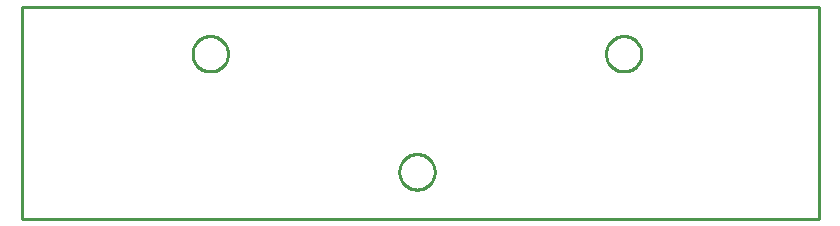
<source format=gbr>
G04 EAGLE Gerber RS-274X export*
G75*
%MOMM*%
%FSLAX34Y34*%
%LPD*%
%IN*%
%IPPOS*%
%AMOC8*
5,1,8,0,0,1.08239X$1,22.5*%
G01*
%ADD10C,0.254000*%


D10*
X0Y0D02*
X675000Y0D01*
X675000Y180000D01*
X0Y180000D01*
X0Y0D01*
X349840Y39464D02*
X349764Y38396D01*
X349611Y37335D01*
X349383Y36288D01*
X349081Y35260D01*
X348707Y34256D01*
X348262Y33281D01*
X347748Y32341D01*
X347169Y31440D01*
X346527Y30582D01*
X345825Y29772D01*
X345068Y29015D01*
X344258Y28313D01*
X343400Y27671D01*
X342499Y27092D01*
X341559Y26578D01*
X340584Y26133D01*
X339580Y25759D01*
X338552Y25457D01*
X337505Y25229D01*
X336444Y25076D01*
X335376Y25000D01*
X334304Y25000D01*
X333236Y25076D01*
X332175Y25229D01*
X331128Y25457D01*
X330100Y25759D01*
X329096Y26133D01*
X328121Y26578D01*
X327181Y27092D01*
X326280Y27671D01*
X325422Y28313D01*
X324612Y29015D01*
X323855Y29772D01*
X323153Y30582D01*
X322511Y31440D01*
X321932Y32341D01*
X321418Y33281D01*
X320973Y34256D01*
X320599Y35260D01*
X320297Y36288D01*
X320069Y37335D01*
X319916Y38396D01*
X319840Y39464D01*
X319840Y40536D01*
X319916Y41604D01*
X320069Y42665D01*
X320297Y43712D01*
X320599Y44740D01*
X320973Y45744D01*
X321418Y46719D01*
X321932Y47659D01*
X322511Y48560D01*
X323153Y49418D01*
X323855Y50228D01*
X324612Y50985D01*
X325422Y51687D01*
X326280Y52329D01*
X327181Y52908D01*
X328121Y53422D01*
X329096Y53867D01*
X330100Y54241D01*
X331128Y54543D01*
X332175Y54771D01*
X333236Y54924D01*
X334304Y55000D01*
X335376Y55000D01*
X336444Y54924D01*
X337505Y54771D01*
X338552Y54543D01*
X339580Y54241D01*
X340584Y53867D01*
X341559Y53422D01*
X342499Y52908D01*
X343400Y52329D01*
X344258Y51687D01*
X345068Y50985D01*
X345825Y50228D01*
X346527Y49418D01*
X347169Y48560D01*
X347748Y47659D01*
X348262Y46719D01*
X348707Y45744D01*
X349081Y44740D01*
X349383Y43712D01*
X349611Y42665D01*
X349764Y41604D01*
X349840Y40536D01*
X349840Y39464D01*
X174840Y139464D02*
X174764Y138396D01*
X174611Y137335D01*
X174383Y136288D01*
X174081Y135260D01*
X173707Y134256D01*
X173262Y133281D01*
X172748Y132341D01*
X172169Y131440D01*
X171527Y130582D01*
X170825Y129772D01*
X170068Y129015D01*
X169258Y128313D01*
X168400Y127671D01*
X167499Y127092D01*
X166559Y126578D01*
X165584Y126133D01*
X164580Y125759D01*
X163552Y125457D01*
X162505Y125229D01*
X161444Y125076D01*
X160376Y125000D01*
X159304Y125000D01*
X158236Y125076D01*
X157175Y125229D01*
X156128Y125457D01*
X155100Y125759D01*
X154096Y126133D01*
X153121Y126578D01*
X152181Y127092D01*
X151280Y127671D01*
X150422Y128313D01*
X149612Y129015D01*
X148855Y129772D01*
X148153Y130582D01*
X147511Y131440D01*
X146932Y132341D01*
X146418Y133281D01*
X145973Y134256D01*
X145599Y135260D01*
X145297Y136288D01*
X145069Y137335D01*
X144916Y138396D01*
X144840Y139464D01*
X144840Y140536D01*
X144916Y141604D01*
X145069Y142665D01*
X145297Y143712D01*
X145599Y144740D01*
X145973Y145744D01*
X146418Y146719D01*
X146932Y147659D01*
X147511Y148560D01*
X148153Y149418D01*
X148855Y150228D01*
X149612Y150985D01*
X150422Y151687D01*
X151280Y152329D01*
X152181Y152908D01*
X153121Y153422D01*
X154096Y153867D01*
X155100Y154241D01*
X156128Y154543D01*
X157175Y154771D01*
X158236Y154924D01*
X159304Y155000D01*
X160376Y155000D01*
X161444Y154924D01*
X162505Y154771D01*
X163552Y154543D01*
X164580Y154241D01*
X165584Y153867D01*
X166559Y153422D01*
X167499Y152908D01*
X168400Y152329D01*
X169258Y151687D01*
X170068Y150985D01*
X170825Y150228D01*
X171527Y149418D01*
X172169Y148560D01*
X172748Y147659D01*
X173262Y146719D01*
X173707Y145744D01*
X174081Y144740D01*
X174383Y143712D01*
X174611Y142665D01*
X174764Y141604D01*
X174840Y140536D01*
X174840Y139464D01*
X524840Y139464D02*
X524764Y138396D01*
X524611Y137335D01*
X524383Y136288D01*
X524081Y135260D01*
X523707Y134256D01*
X523262Y133281D01*
X522748Y132341D01*
X522169Y131440D01*
X521527Y130582D01*
X520825Y129772D01*
X520068Y129015D01*
X519258Y128313D01*
X518400Y127671D01*
X517499Y127092D01*
X516559Y126578D01*
X515584Y126133D01*
X514580Y125759D01*
X513552Y125457D01*
X512505Y125229D01*
X511444Y125076D01*
X510376Y125000D01*
X509304Y125000D01*
X508236Y125076D01*
X507175Y125229D01*
X506128Y125457D01*
X505100Y125759D01*
X504096Y126133D01*
X503121Y126578D01*
X502181Y127092D01*
X501280Y127671D01*
X500422Y128313D01*
X499612Y129015D01*
X498855Y129772D01*
X498153Y130582D01*
X497511Y131440D01*
X496932Y132341D01*
X496418Y133281D01*
X495973Y134256D01*
X495599Y135260D01*
X495297Y136288D01*
X495069Y137335D01*
X494916Y138396D01*
X494840Y139464D01*
X494840Y140536D01*
X494916Y141604D01*
X495069Y142665D01*
X495297Y143712D01*
X495599Y144740D01*
X495973Y145744D01*
X496418Y146719D01*
X496932Y147659D01*
X497511Y148560D01*
X498153Y149418D01*
X498855Y150228D01*
X499612Y150985D01*
X500422Y151687D01*
X501280Y152329D01*
X502181Y152908D01*
X503121Y153422D01*
X504096Y153867D01*
X505100Y154241D01*
X506128Y154543D01*
X507175Y154771D01*
X508236Y154924D01*
X509304Y155000D01*
X510376Y155000D01*
X511444Y154924D01*
X512505Y154771D01*
X513552Y154543D01*
X514580Y154241D01*
X515584Y153867D01*
X516559Y153422D01*
X517499Y152908D01*
X518400Y152329D01*
X519258Y151687D01*
X520068Y150985D01*
X520825Y150228D01*
X521527Y149418D01*
X522169Y148560D01*
X522748Y147659D01*
X523262Y146719D01*
X523707Y145744D01*
X524081Y144740D01*
X524383Y143712D01*
X524611Y142665D01*
X524764Y141604D01*
X524840Y140536D01*
X524840Y139464D01*
M02*

</source>
